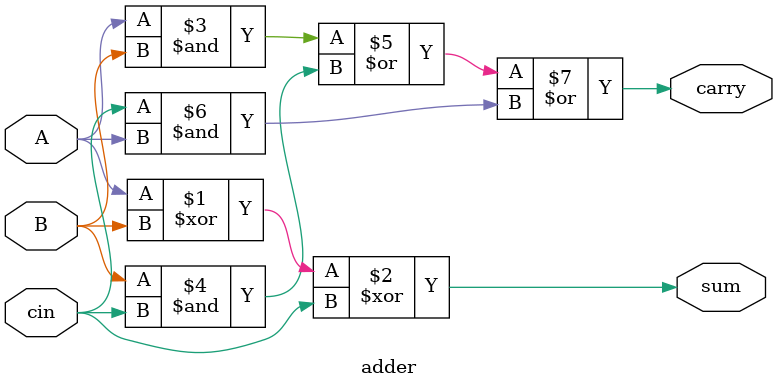
<source format=v>
`default_nettype none
module adder(input wire A,
            input wire B,
            input wire cin,
            output wire sum,
            output wire carry);
  
  
  assign sum=A ^ B ^ cin;
  assign carry=(A & B) | (B & cin) | (cin & A);
  
endmodule

</source>
